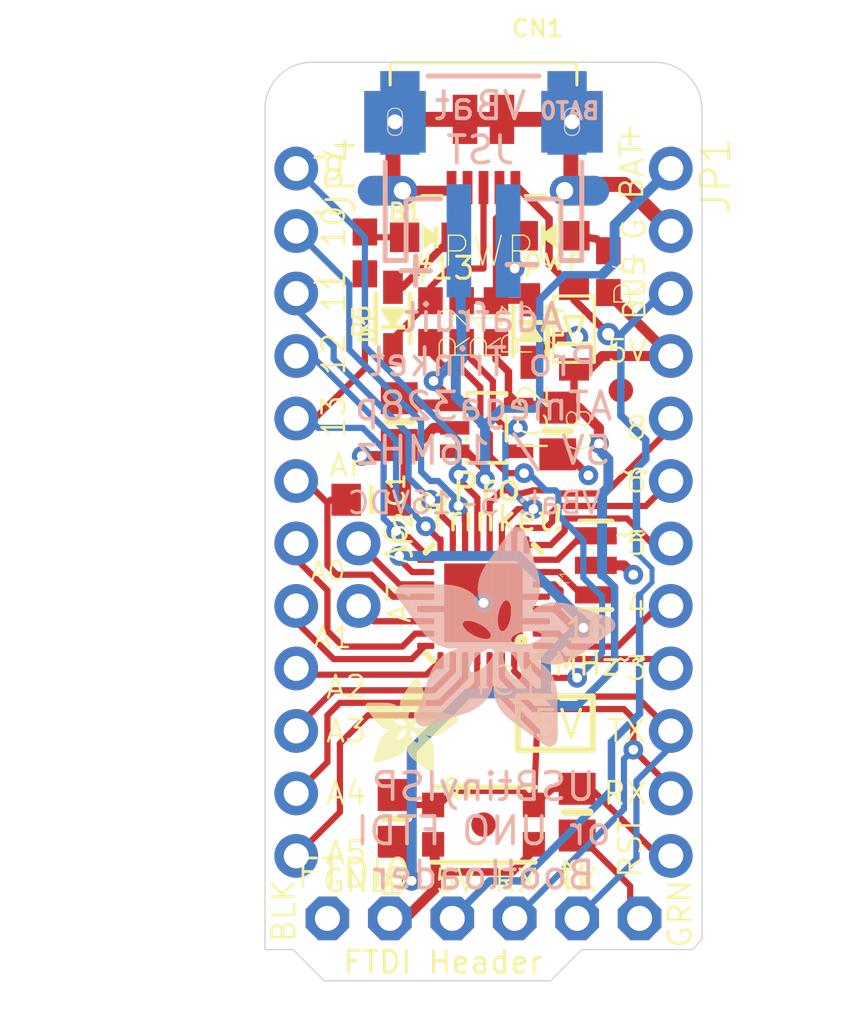
<source format=kicad_pcb>
(kicad_pcb (version 20211014) (generator pcbnew)
  (layers (0 "F.Cu" signal) (1 "In1.Cu" signal) (2 "In2.Cu" signal) (3 "In3.Cu" signal) (4 "In4.Cu" signal) (5 "In5.Cu" signal) (6 "In6.Cu" signal) (7 "In7.Cu" signal) (8 "In8.Cu" signal) (9 "In9.Cu" signal) (10 "In10.Cu" signal) (11 "In11.Cu" signal) (12 "In12.Cu" signal) (13 "In13.Cu" signal) (14 "In14.Cu" signal) (31 "B.Cu" signal) (34 "B.Paste" user) (35 "F.Paste" user) (36 "B.SilkS" user "B.Silkscreen") (37 "F.SilkS" user "F.Silkscreen") (38 "B.Mask" user) (39 "F.Mask" user) (44 "Edge.Cuts" user))
  (net 0 "")
  (net 1 "GND")
  (net 2 "D+")
  (net 3 "D-")
  (net 4 "VBUS")
  (net 5 "N$6")
  (net 6 "VBAT")
  (net 7 "RESET")
  (net 8 "N$1")
  (net 9 "D10")
  (net 10 "D11")
  (net 11 "D12")
  (net 12 "D13")
  (net 13 "A0")
  (net 14 "A1")
  (net 15 "A2")
  (net 16 "A3")
  (net 17 "A4")
  (net 18 "A5")
  (net 19 "D3")
  (net 20 "D4")
  (net 21 "D7")
  (net 22 "D6")
  (net 23 "D5")
  (net 24 "TXD")
  (net 25 "RXD")
  (net 26 "A6")
  (net 27 "A7")
  (net 28 "D8")
  (net 29 "D9")
  (net 30 "AREF")
  (net 31 "N$2")
  (net 32 "N$3")
  (net 33 "DTR/RTS")
  (net 34 "D2")
  (net 35 "+5V")
  (footprint "boardEagle:CHIPLED_0805_NOOUTLINE" (layer "F.Cu") (at 151.1681 93.3831 90)
    (fp_text reference "PWR0")
    (fp_text value "green")
  )
  (footprint "boardEagle:0805-NO" (layer "F.Cu") (at 145.0721 100.9396 -90)
    (fp_text reference "C1")
    (fp_text value "10uF")
  )
  (footprint "boardEagle:SOD-323" (layer "F.Cu") (at 144.8181 96.7486 90)
    (fp_text reference "D1")
    (fp_text value "3.6v")
  )
  (footprint "boardEagle:1X06-CLEANBIG" (layer "F.Cu") (at 148.5011 121.1326)
    (fp_text reference "FTDI0")
    (fp_text value "")
  )
  (footprint "boardEagle:4UCONN_20329" (layer "F.Cu") (at 148.5011 90.6526 180)
    (fp_text reference "CN1")
    (fp_text value "")
    (fp_line (start 3.9 1.6) (end 3.9 2.2) (layer "Edge.Cuts") (width 0.05))
    (fp_line (start -3.3 1.6) (end -3.3 2.2) (layer "Edge.Cuts") (width 0.05))
    (fp_line (start -3.9 2.2) (end -3.9 1.6) (layer "Edge.Cuts") (width 0.05))
    (fp_line (start 3.3 2.2) (end 3.3 1.6) (layer "Edge.Cuts") (width 0.05))
    (fp_arc (start 3.9 2.2) (mid 3.801777 2.387132) (end 3.6 2.45) (layer "Edge.Cuts") (width 0.05))
    (fp_arc (start 3.6 1.35) (mid 3.801777 1.412868) (end 3.9 1.6) (layer "Edge.Cuts") (width 0.05))
    (fp_arc (start 3.6 2.45) (mid 3.398223 2.387132) (end 3.3 2.2) (layer "Edge.Cuts") (width 0.05))
    (fp_arc (start -3.9 1.6) (mid -3.801777 1.412868) (end -3.6 1.35) (layer "Edge.Cuts") (width 0.05))
    (fp_arc (start 3.3 1.6) (mid 3.398223 1.412868) (end 3.6 1.35) (layer "Edge.Cuts") (width 0.05))
    (fp_arc (start -3.3 2.2) (mid -3.398223 2.387132) (end -3.6 2.45) (layer "Edge.Cuts") (width 0.05))
    (fp_arc (start -3.6 2.45) (mid -3.801777 2.387132) (end -3.9 2.2) (layer "Edge.Cuts") (width 0.05))
    (fp_arc (start -3.6 1.35) (mid -3.398223 1.412868) (end -3.3 1.6) (layer "Edge.Cuts") (width 0.05))
  )
  (footprint "boardEagle:CHIPLED_0805_NOOUTLINE" (layer "F.Cu") (at 146.3421 93.4466 -90)
    (fp_text reference "B1")
    (fp_text value "red")
  )
  (footprint "boardEagle:FIDUCIAL_1MM" (layer "F.Cu") (at 148.5011 117.3226)
    (fp_text reference "U$6" hide)
    (fp_text value "FIDUCIAL" hide)
  )
  (footprint "" (layer "F.Cu") (at 148.5011 113.8936)
    (fp_text reference "@HOLE2" hide)
    (fp_text value "")
  )
  (footprint "boardEagle:BTN_KMR2_4.6X2.8" (layer "F.Cu") (at 148.5011 117.3226)
    (fp_text reference "Q1")
    (fp_text value "reset")
  )
  (footprint "boardEagle:SOT23-5L" (layer "F.Cu") (at 148.6281 101.1936 -90)
    (fp_text reference "IC2")
    (fp_text value "MIC5225-5v")
  )
  (footprint "boardEagle:0603-NO" (layer "F.Cu") (at 149.0091 96.8756 -90)
    (fp_text reference "R3")
    (fp_text value "1.5K (0603)")
  )
  (footprint "boardEagle:1X12-CB" (layer "F.Cu") (at 140.8811 104.6226 -90)
    (fp_text reference "JP4")
    (fp_text value "")
  )
  (footprint "boardEagle:SOD-323" (layer "F.Cu") (at 150.4061 97.2566 -90)
    (fp_text reference "D4")
    (fp_text value "3.6V")
  )
  (footprint "boardEagle:0805-NO" (layer "F.Cu") (at 144.9451 117.0686 -90)
    (fp_text reference "R6")
    (fp_text value "10K")
  )
  (footprint "boardEagle:0603-NO" (layer "F.Cu") (at 143.6751 94.0816 -90)
    (fp_text reference "R5")
    (fp_text value "470 (0603)")
  )
  (footprint "boardEagle:MLF32-TH" (layer "F.Cu") (at 148.5011 108.3056 180)
    (fp_text reference "IC1")
    (fp_text value "ATmega328P")
  )
  (footprint "boardEagle:FIDUCIAL_1MM" (layer "F.Cu") (at 154.0891 99.6696)
    (fp_text reference "U$1" hide)
    (fp_text value "FIDUCIAL" hide)
  )
  (footprint "boardEagle:1X02_ROUND" (layer "F.Cu") (at 143.4211 107.1626 -90)
    (fp_text reference "JP2")
    (fp_text value "")
  )
  (footprint "" (layer "F.Cu") (at 141.5161 88.1126)
    (fp_text reference "@HOLE0" hide)
    (fp_text value "")
  )
  (footprint "boardEagle:0603-NO" (layer "F.Cu") (at 153.5811 94.8436 -90)
    (fp_text reference "R4")
    (fp_text value "470 (0603)")
  )
  (footprint "boardEagle:0603-NO" (layer "F.Cu") (at 146.3421 96.8756 -90)
    (fp_text reference "R2")
    (fp_text value "68 (0603)")
  )
  (footprint "" (layer "F.Cu") (at 155.4861 88.1126)
    (fp_text reference "@HOLE1" hide)
    (fp_text value "")
  )
  (footprint "boardEagle:SOD-123FL" (layer "F.Cu") (at 152.1841 97.1804 90)
    (fp_text reference "D2")
    (fp_text value "SCHOTTKY")
  )
  (footprint "boardEagle:0603-NO" (layer "F.Cu") (at 147.6121 96.8756 -90)
    (fp_text reference "R1")
    (fp_text value "68 (0603)")
  )
  (footprint "boardEagle:0805-NO" (layer "F.Cu") (at 151.5237 101.3206 -90)
    (fp_text reference "C8")
    (fp_text value "10uF")
  )
  (footprint "boardEagle:RESONATOR-SMD" (layer "F.Cu") (at 153.0731 106.7816 90)
    (fp_text reference "Y1")
    (fp_text value "16MHz")
  )
  (footprint "boardEagle:0805-NO" (layer "F.Cu") (at 152.3111 116.8146 -90)
    (fp_text reference "C3")
    (fp_text value "0.1uF")
  )
  (footprint "boardEagle:ADAFRUIT_3.5MM" (layer "F.Cu") (at 143.6751 115.1636)
    (fp_text reference "U$7" hide)
    (fp_text value "" hide)
  )
  (footprint "boardEagle:_0805MP" (layer "F.Cu") (at 143.9291 104.1146)
    (fp_text reference "C2")
    (fp_text value "0.1uF")
  )
  (footprint "boardEagle:1X12-CB" (layer "F.Cu") (at 156.1211 104.6226 -90)
    (fp_text reference "JP1")
    (fp_text value "")
  )
  (footprint "boardEagle:JSTPH2" (layer "B.Cu") (at 148.5011 89.8906 180)
    (fp_text reference "BAT0")
    (fp_text value "JST 2-PH")
  )
  (footprint "boardEagle:ADAFRUIT_9MM" (layer "B.Cu") (at 144.9451 114.1476 90)
    (fp_text reference "U$9" hide)
    (fp_text value "" hide)
  )
  (gr_line (start 152.9461 112.1156) (end 149.8981 112.1156) (layer "F.SilkS") (width 0.254))
  (gr_line (start 152.9461 114.2746) (end 152.9461 112.1156) (layer "F.SilkS") (width 0.254))
  (gr_line (start 149.8981 114.2746) (end 152.9461 114.2746) (layer "F.SilkS") (width 0.254))
  (gr_line (start 149.8981 112.1156) (end 149.8981 114.2746) (layer "F.SilkS") (width 0.254))
  (gr_line (start 142.0241 123.6726) (end 151.2316 123.6726) (layer "Edge.Cuts") (width 0.05))
  (gr_arc (start 139.6111 88.2396) (mid 140.169062 86.892562) (end 141.5161 86.3346) (layer "Edge.Cuts") (width 0.05))
  (gr_line (start 151.2316 123.6726) (end 152.5016 122.4026) (layer "Edge.Cuts") (width 0.05))
  (gr_line (start 152.5016 122.4026) (end 157.0101 122.4026) (layer "Edge.Cuts") (width 0.05))
  (gr_line (start 157.0101 122.4026) (end 157.3911 121.9581) (layer "Edge.Cuts") (width 0.05))
  (gr_arc (start 155.4861 86.3346) (mid 156.833138 86.892562) (end 157.3911 88.2396) (layer "Edge.Cuts") (width 0.05))
  (gr_line (start 157.3911 121.9581) (end 157.3911 88.2396) (layer "Edge.Cuts") (width 0.05))
  (gr_line (start 140.7541 122.4026) (end 142.0241 123.6726) (layer "Edge.Cuts") (width 0.05))
  (gr_line (start 139.6111 88.2396) (end 139.6111 122.4026) (layer "Edge.Cuts") (width 0.05))
  (gr_line (start 139.6111 122.4026) (end 140.7541 122.4026) (layer "Edge.Cuts") (width 0.05))
  (gr_line (start 155.4861 86.3346) (end 141.5161 86.3346) (layer "Edge.Cuts") (width 0.05))
  (gr_text "-" (at 151.1681 95.3516) (layer "B.SilkS") (effects (font (size 1.56464 1.56464) (thickness 0.21336)) (justify left bottom mirror)))
  (gr_text "VBat\nJST" (at 148.3741 89.0016) (layer "B.SilkS") (effects (font (size 1.1176 1.1176) (thickness 0.1524)) (justify mirror)))
  (gr_text "+" (at 146.8501 95.6056) (layer "B.SilkS") (effects (font (size 1.56464 1.56464) (thickness 0.21336)) (justify left bottom mirror)))
  (gr_text "Adafruit\nPro Trinket\nATmega328p\n5V / 16MHz" (at 148.5011 99.4156) (layer "B.SilkS") (effects (font (size 1.1176 1.1176) (thickness 0.1524)) (justify mirror)))
  (gr_text "VBat: 5-16VDC" (at 148.1201 104.2416) (layer "B.SilkS") (effects (font (size 0.89408 0.89408) (thickness 0.12192)) (justify mirror)))
  (gr_text "USBtinyISP\nor UNO FTDI\nBootloader" (at 148.5011 117.5766) (layer "B.SilkS") (effects (font (size 1.1176 1.1176) (thickness 0.1524)) (justify mirror)))
  (gr_text "~~" (at 155.3591 102.9716) (layer "F.SilkS") (effects (font (size 0.9144 0.9144) (thickness 0.1016)) (justify right)))
  (gr_text "A4" (at 142.0241 116.0526) (layer "F.SilkS") (effects (font (size 0.9144 0.9144) (thickness 0.1016)) (justify left)))
  (gr_text "16\nMHz" (at 152.6921 110.0836) (layer "F.SilkS") (effects (font (size 0.89408 0.89408) (thickness 0.12192))))
  (gr_text "+" (at 155.1051 89.2556) (layer "F.SilkS") (effects (font (size 0.9144 0.9144) (thickness 0.1016)) (justify right)))
  (gr_text "G" (at 154.6225 92.5957 90) (layer "F.SilkS") (effects (font (size 0.9144 0.9144) (thickness 0.1016)) (justify right)))
  (gr_text "~~" (at 155.2321 105.5116) (layer "F.SilkS") (effects (font (size 0.9144 0.9144) (thickness 0.1016)) (justify right)))
  (gr_text "pwr" (at 150.0251 94.8436) (layer "F.SilkS") (effects (font (size 0.89408 0.89408) (thickness 0.12192)) (justify left bottom)))
  (gr_text "4" (at 155.2321 108.4326) (layer "F.SilkS") (effects (font (size 0.9144 0.9144) (thickness 0.1016)) (justify right)))
  (gr_text "3" (at 155.2321 110.9726) (layer "F.SilkS") (effects (font (size 0.9144 0.9144) (thickness 0.1016)) (justify right)))
  (gr_text "13" (at 142.4051 99.7966 90) (layer "F.SilkS") (effects (font (size 0.9144 0.9144) (thickness 0.1016)) (justify right)))
  (gr_text "12" (at 142.4051 97.2566 90) (layer "F.SilkS") (effects (font (size 0.9144 0.9144) (thickness 0.1016)) (justify right)))
  (gr_text "5V" (at 150.4061 113.2586) (layer "F.SilkS") (effects (font (size 1.143 1.143) (thickness 0.127)) (justify left)))
  (gr_text "A5" (at 142.0241 118.4656) (layer "F.SilkS") (effects (font (size 0.9144 0.9144) (thickness 0.1016)) (justify left)))
  (gr_text "BAT" (at 154.5336 91.9861 90) (layer "F.SilkS") (effects (font (size 0.9144 0.9144) (thickness 0.1016)) (justify left)))
  (gr_text "~~" (at 142.9131 95.2246) (layer "F.SilkS") (effects (font (size 0.9144 0.9144) (thickness 0.1016)) (justify right)))
  (gr_text "BUS" (at 154.6479 94.1451 90) (layer "F.SilkS") (effects (font (size 0.86868 0.86868) (thickness 0.09652)) (justify right)))
  (gr_text "6" (at 155.2321 103.3526) (layer "F.SilkS") (effects (font (size 0.9144 0.9144) (thickness 0.1016)) (justify right)))
  (gr_text "9" (at 142.9131 90.6526) (layer "F.SilkS") (effects (font (size 0.9144 0.9144) (thickness 0.1016)) (justify right)))
  (gr_text "11" (at 142.4051 94.7166 90) (layer "F.SilkS") (effects (font (size 0.9144 0.9144) (thickness 0.1016)) (justify right)))
  (gr_text "~~" (at 142.9131 90.1446) (layer "F.SilkS") (effects (font (size 0.9144 0.9144) (thickness 0.1016)) (justify right)))
  (gr_text "Ar" (at 142.1511 102.7176) (layer "F.SilkS") (effects (font (size 0.9144 0.9144) (thickness 0.1016)) (justify left)))
  (gr_text "GND" (at 144.8181 119.6086) (layer "F.SilkS") (effects (font (size 0.9144 0.9144) (thickness 0.1016)) (justify right)))
  (gr_text "TX" (at 153.2001 119.6086) (layer "F.SilkS") (effects (font (size 0.9144 0.9144) (thickness 0.1016)) (justify right)))
  (gr_text "RX" (at 155.2321 116.0526) (layer "F.SilkS") (effects (font (size 0.9144 0.9144) (thickness 0.1016)) (justify right)))
  (gr_text "A2" (at 142.0241 111.7346) (layer "F.SilkS") (effects (font (size 0.9144 0.9144) (thickness 0.1016)) (justify left)))
  (gr_text "RST" (at 154.4701 116.9416 90) (layer "F.SilkS") (effects (font (size 0.9144 0.9144) (thickness 0.1016)) (justify right)))
  (gr_text "RX" (at 150.7871 119.6086) (layer "F.SilkS") (effects (font (size 0.9144 0.9144) (thickness 0.1016)) (justify right)))
  (gr_text "5V" (at 148.2471 119.6086) (layer "F.SilkS") (effects (font (size 0.9144 0.9144) (thickness 0.1016)) (justify right)))
  (gr_text "5" (at 155.2321 105.8926) (layer "F.SilkS") (effects (font (size 0.9144 0.9144) (thickness 0.1016)) (justify right)))
  (gr_text "8" (at 155.2321 101.1936) (layer "F.SilkS") (effects (font (size 0.9144 0.9144) (thickness 0.1016)) (justify right)))
  (gr_text "10" (at 142.4051 93.9546 90) (layer "F.SilkS") (effects (font (size 0.9144 0.9144) (thickness 0.1016)) (justify left)))
  (gr_text "~~" (at 142.9131 92.4306) (layer "F.SilkS") (effects (font (size 0.9144 0.9144) (thickness 0.1016)) (justify right)))
  (gr_text "~~" (at 155.2321 110.5916) (layer "F.SilkS") (effects (font (size 0.9144 0.9144) (thickness 0.1016)) (justify right)))
  (gr_text "FTDI Header" (at 146.8501 122.9106) (layer "F.SilkS") (effects (font (size 0.89408 0.89408) (thickness 0.12192))))
  (gr_text "Trinket!" (at 149.0091 104.8766) (layer "F.SilkS") (effects (font (size 1.00584 1.00584) (thickness 0.13716))))
  (gr_text "A1" (at 141.5161 109.7026) (layer "F.SilkS") (effects (font (size 0.86868 0.86868) (thickness 0.09652)) (justify left)))
  (gr_text "GRN" (at 156.5021 119.4816 90) (layer "F.SilkS") (effects (font (size 0.9144 0.9144) (thickness 0.1016)) (justify right)))
  (gr_text "BLK" (at 140.3731 119.4816 90) (layer "F.SilkS") (effects (font (size 0.9144 0.9144) (thickness 0.1016)) (justify right)))
  (gr_text "A0" (at 141.3891 107.0356) (layer "F.SilkS") (effects (font (size 0.8001 0.8001) (thickness 0.0889)) (justify left)))
  (gr_text "Pro" (at 148.6281 103.6066) (layer "F.SilkS") (effects (font (size 1.1176 1.1176) (thickness 0.1524))))
  (gr_text "A7" (at 145.0721 109.1946 90) (layer "F.SilkS") (effects (font (size 0.9144 0.9144) (thickness 0.1016)) (justify left)))
  (gr_text "5V" (at 155.2321 98.0821) (layer "F.SilkS") (effects (font (size 0.9144 0.9144) (thickness 0.1016)) (justify right)))
  (gr_text "TX" (at 155.1686 113.5126) (layer "F.SilkS") (effects (font (size 0.9144 0.9144) (thickness 0.1016)) (justify right)))
  (gr_text "A6" (at 144.9451 106.7816 90) (layer "F.SilkS") (effects (font (size 0.9144 0.9144) (thickness 0.1016)) (justify left)))
  (gr_text "#13" (at 145.4531 95.2246) (layer "F.SilkS") (effects (font (size 0.89408 0.89408) (thickness 0.12192)) (justify left bottom)))
  (gr_text "A3" (at 142.0241 113.5126) (layer "F.SilkS") (effects (font (size 0.9144 0.9144) (thickness 0.1016)) (justify left)))
  (segment (start 145.1991 95.4786) (end 144.8181 95.4786) (width 0.3048) (layer "F.Cu") (net 1))
  (segment (start 147.2011 93.5096) (end 147.3281 93.5096) (width 0.3048) (layer "F.Cu") (net 1))
  (segment (start 146.1511 108.5556) (end 148.2511 108.5556) (width 0.254) (layer "F.Cu") (net 1))
  (segment (start 145.2381 103.8216) (end 144.9451 104.1146) (width 0.4064) (layer "F.Cu") (net 1))
  (segment (start 145.9611 101.7016) (end 145.2601 101.7016) (width 0.4064) (layer "F.Cu") (net 1))
  (segment (start 152.0011 88.6526) (end 152.1011 88.7526) (width 0.3048) (layer "F.Cu") (net 1))
  (segment (start 150.8511 109.0556) (end 149.2511 109.0556) (width 0.254) (layer "F.Cu") (net 1))
  (segment (start 147.0761 91.5526) (end 145.2011 91.5526) (width 0.4064) (layer "F.Cu") (net 1))
  (segment (start 150.4061 98.5266) (end 151.4221 97.5106) (width 0.4064) (layer "F.Cu") (net 1))
  (segment (start 151.2341 102.2706) (end 151.9149 102.2706) (width 0.3048) (layer "F.Cu") (net 1))
  (segment (start 145.3261 102.1436) (end 145.0721 101.8896) (width 0.4064) (layer "F.Cu") (net 1))
  (segment (start 154.2251 91.2966) (end 156.1211 93.1926) (width 0.6096) (layer "F.Cu") (net 1))
  (segment (start 145.3261 103.8216) (end 145.2381 103.8216) (width 0.4064) (layer "F.Cu") (net 1))
  (segment (start 149.6821 119.2456) (end 146.5781 119.2456) (width 0.3048) (layer "F.Cu") (net 1))
  (segment (start 145.3261 102.3366) (end 145.3261 103.8216) (width 0.4064) (layer "F.Cu") (net 1))
  (segment (start 151.9621 88.6526) (end 152.0571 88.7476) (width 0.6096) (layer "F.Cu") (net 1))
  (segment (start 154.2161 106.7816) (end 154.5971 107.1626) (width 0.4064) (layer "F.Cu") (net 1))
  (segment (start 145.3261 121.1326) (end 146.5781 119.8806) (width 0.4064) (layer "F.Cu") (net 1))
  (segment (start 149.2511 88.6526) (end 151.9621 88.6526) (width 0.6096) (layer "F.Cu") (net 1))
  (segment (start 147.7511 88.6526) (end 149.2511 88.6526) (width 0.6096) (layer "F.Cu") (net 1))
  (segment (start 145.0011 88.6526) (end 144.9011 88.7526) (width 0.6096) (layer "F.Cu") (net 1))
  (segment (start 147.1041 93.5736) (end 147.3921 93.4466) (width 0.3048) (layer "F.Cu") (net 1))
  (segment (start 147.2011 91.4276) (end 147.0761 91.5526) (width 0.4064) (layer "F.Cu") (net 1))
  (segment (start 145.2011 91.5526) (end 144.8181 91.1696) (width 0.6096) (layer "F.Cu") (net 1))
  (segment (start 146.4691 101.1936) (end 145.9611 101.7016) (width 0.4064) (layer "F.Cu") (net 1))
  (segment (start 152.0571 91.2966) (end 154.2251 91.2966) (width 0.6096) (layer "F.Cu") (net 1))
  (segment (start 147.3281 93.5096) (end 147.3921 93.4466) (width 0.3048) (layer "F.Cu") (net 1))
  (segment (start 147.1041 93.5736) (end 145.1991 95.4786) (width 0.3048) (layer "F.Cu") (net 1))
  (segment (start 151.4221 97.5106) (end 152.3111 97.5106) (width 0.4064) (layer "F.Cu") (net 1))
  (segment (start 146.5781 119.8806) (end 146.5781 119.2456) (width 0.4064) (layer "F.Cu") (net 1))
  (segment (start 150.1181 93.3831) (end 149.7711 93.8571) (width 0.3048) (layer "F.Cu") (net 1))
  (segment (start 143.5481 102.3366) (end 145.3261 102.3366) (width 0.4064) (layer "F.Cu") (net 1))
  (segment (start 144.6911 121.1326) (end 145.3261 121.1326) (width 0.4064) (layer "F.Cu") (net 1))
  (segment (start 150.6781 118.2496) (end 150.5511 118.1226) (width 0.3048) (layer "F.Cu") (net 1))
  (segment (start 153.0731 106.7816) (end 154.2161 106.7816) (width 0.4064) (layer "F.Cu") (net 1))
  (segment (start 144.8181 91.1696) (end 144.8181 88.8746) (width 0.6096) (layer "F.Cu") (net 1))
  (segment (start 151.9149 102.2706) (end 152.7683 103.124) (width 0.3048) (layer "F.Cu") (net 1))
  (segment (start 148.7511 108.0556) (end 148.5011 108.3056) (width 0.3048) (layer "F.Cu") (net 1))
  (segment (start 147.3281 101.1936) (end 146.4691 101.1936) (width 0.4064) (layer "F.Cu") (net 1))
  (segment (start 145.3261 102.3366) (end 145.3261 102.1436) (width 0.4064) (layer "F.Cu") (net 1))
  (segment (start 149.2511 109.0556) (end 148.5011 108.3056) (width 0.3048) (layer "F.Cu") (net 1))
  (segment (start 148.2511 108.5556) (end 148.5011 108.3056) (width 0.3048) (layer "F.Cu") (net 1))
  (segment (start 151.9621 88.6526) (end 152.0011 88.6526) (width 0.3048) (layer "F.Cu") (net 1))
  (segment (start 151.5237 102.2706) (end 151.2341 102.2706) (width 0.4064) (layer "F.Cu") (net 1))
  (segment (start 151.8011 91.5526) (end 152.0571 91.2966) (width 0.6096) (layer "F.Cu") (net 1))
  (segment (start 147.2011 91.4276) (end 147.2011 93.5096) (width 0.3048) (layer "F.Cu") (net 1))
  (segment (start 149.7711 93.8571) (end 149.7711 94.7166) (width 0.3048) (layer "F.Cu") (net 1))
  (segment (start 145.2601 101.7016) (end 145.0721 101.8896) (width 0.4064) (layer "F.Cu") (net 1))
  (segment (start 150.8511 108.0556) (end 148.7511 108.0556) (width 0.254) (layer "F.Cu") (net 1))
  (segment (start 152.0571 91.2966) (end 152.0571 88.8746) (width 0.6096) (layer "F.Cu") (net 1))
  (segment (start 147.7511 88.6526) (end 145.0011 88.6526) (width 0.6096) (layer "F.Cu") (net 1))
  (segment (start 149.6821 119.2456) (end 150.6781 118.2496) (width 0.3048) (layer "F.Cu") (net 1))
  (segment (start 146.4511 118.1226) (end 146.5781 119.2456) (width 0.4064) (layer "F.Cu") (net 1))
  (via (at 149.7711 94.7166) (size 0.8001) (drill 0.3937) (layers "F.Cu" "B.Cu") (net 1))
  (via (at 152.7683 103.124) (size 0.8001) (drill 0.3937) (layers "F.Cu" "B.Cu") (net 1))
  (via (at 148.5011 108.3056) (size 0.8001) (drill 0.3937) (layers "F.Cu" "B.Cu") (net 1))
  (via (at 152.3111 97.5106) (size 0.9064) (drill 0.5) (layers "F.Cu" "B.Cu") (net 1))
  (via (at 143.5481 102.3366) (size 0.8001) (drill 0.3937) (layers "F.Cu" "B.Cu") (net 1))
  (via (at 154.5971 107.1626) (size 0.8001) (drill 0.3937) (layers "F.Cu" "B.Cu") (net 1))
  (segment (start 149.5011 94.4466) (end 149.7711 94.7166) (width 0.3048) (layer "B.Cu") (net 1))
  (segment (start 149.7711 94.7166) (end 149.8981 94.5896) (width 0.3048) (layer "B.Cu") (net 1))
  (segment (start 149.5011 93.5906) (end 149.5011 94.4466) (width 0.3048) (layer "B.Cu") (net 1))
  (segment (start 148.5011 91.4276) (end 148.5011 94.7166) (width 0.254) (layer "F.Cu") (net 2))
  (segment (start 144.8181 98.0186) (end 144.8181 97.5496) (width 0.254) (layer "F.Cu") (net 2))
  (segment (start 146.3421 95.4786) (end 146.3421 96.0256) (width 0.254) (layer "F.Cu") (net 2))
  (segment (start 144.8181 97.5496) (end 146.3421 96.0256) (width 0.254) (layer "F.Cu") (net 2))
  (segment (start 147.1041 94.7166) (end 146.3421 95.4786) (width 0.254) (layer "F.Cu") (net 2))
  (segment (start 148.5011 94.7166) (end 147.1041 94.7166) (width 0.254) (layer "F.Cu") (net 2))
  (segment (start 149.1511 91.4276) (end 149.1511 92.5426) (width 0.254) (layer "F.Cu") (net 3))
  (segment (start 147.6121 96.0256) (end 149.0091 96.0256) (width 0.254) (layer "F.Cu") (net 3))
  (segment (start 149.0091 96.0256) (end 150.3671 96.0256) (width 0.254) (layer "F.Cu") (net 3))
  (segment (start 149.0091 92.6846) (end 149.0091 96.0256) (width 0.254) (layer "F.Cu") (net 3))
  (segment (start 149.1511 92.5426) (end 149.0091 92.6846) (width 0.254) (layer "F.Cu") (net 3))
  (segment (start 150.3671 96.0256) (end 150.4061 95.9866) (width 0.254) (layer "F.Cu") (net 3))
  (segment (start 152.1841 95.9866) (end 153.5811 97.3836) (width 0.3048) (layer "F.Cu") (net 4))
  (segment (start 151.1681 94.5269) (end 152.1841 95.5429) (width 0.3048) (layer "F.Cu") (net 4))
  (segment (start 149.9111 91.4276) (end 151.1681 92.6846) (width 0.3048) (layer "F.Cu") (net 4))
  (segment (start 151.1681 92.6846) (end 151.1681 94.5269) (width 0.3048) (layer "F.Cu") (net 4))
  (segment (start 149.8011 91.4276) (end 149.9111 91.4276) (width 0.3048) (layer "F.Cu") (net 4))
  (segment (start 152.1841 95.5429) (end 152.1841 95.9866) (width 0.3048) (layer "F.Cu") (net 4))
  (via (at 153.5811 97.3836) (size 0.9064) (drill 0.5) (layers "F.Cu" "B.Cu") (net 4))
  (segment (start 155.3591 106.9086) (end 154.7241 106.2736) (width 0.2032) (layer "B.Cu") (net 4))
  (segment (start 153.5811 97.3836) (end 154.0891 97.3836) (width 0.3048) (layer "B.Cu") (net 4))
  (segment (start 148.7551 119.6086) (end 150.0251 119.6086) (width 0.3048) (layer "B.Cu") (net 4))
  (segment (start 154.7241 106.2736) (end 154.7241 102.8446) (width 0.3048) (layer "B.Cu") (net 4))
  (segment (start 150.0251 119.6086) (end 153.7081 115.9256) (width 0.3048) (layer "B.Cu") (net 4))
  (segment (start 155.5496 95.9231) (end 155.9306 95.9231) (width 0.3048) (layer "B.Cu") (net 4))
  (segment (start 155.1051 102.4636) (end 155.1051 101.7016) (width 0.3048) (layer "B.Cu") (net 4))
  (segment (start 154.0891 97.3836) (end 155.5496 95.9231) (width 0.3048) (layer "B.Cu") (net 4))
  (segment (start 155.9306 95.9231) (end 156.1211 95.7326) (width 0.3048) (layer "B.Cu") (net 4))
  (segment (start 153.7081 113.9571) (end 154.8511 112.8141) (width 0.3048) (layer "B.Cu") (net 4))
  (segment (start 154.8511 112.8141) (end 154.8511 107.9881) (width 0.3048) (layer "B.Cu") (net 4))
  (segment (start 155.1051 101.7016) (end 154.0891 100.6856) (width 0.3048) (layer "B.Cu") (net 4))
  (segment (start 147.2311 121.1326) (end 148.7551 119.6086) (width 0.3048) (layer "B.Cu") (net 4))
  (segment (start 154.7241 102.8446) (end 155.1051 102.4636) (width 0.3048) (layer "B.Cu") (net 4))
  (segment (start 155.3591 107.4801) (end 155.3591 106.9086) (width 0.2032) (layer "B.Cu") (net 4))
  (segment (start 153.7081 115.9256) (end 153.7081 113.9571) (width 0.3048) (layer "B.Cu") (net 4))
  (segment (start 154.8511 107.9881) (end 155.3591 107.4801) (width 0.2032) (layer "B.Cu") (net 4))
  (segment (start 154.0891 100.6856) (end 154.0891 97.3836) (width 0.3048) (layer "B.Cu") (net 4))
  (segment (start 153.0976 93.5101) (end 152.2181 93.3831) (width 0.3048) (layer "F.Cu") (net 5))
  (segment (start 153.5811 93.9936) (end 153.0976 93.5101) (width 0.3048) (layer "F.Cu") (net 5))
  (segment (start 145.3261 100.2436) (end 147.3281 100.2436) (width 0.4064) (layer "F.Cu") (net 6))
  (segment (start 146.4691 99.2886) (end 146.3731 99.2886) (width 0.4064) (layer "F.Cu") (net 6))
  (segment (start 147.3281 100.2436) (end 146.3731 99.2886) (width 0.4064) (layer "F.Cu") (net 6))
  (segment (start 147.3941 102.2096) (end 147.3281 102.1436) (width 0.3048) (layer "F.Cu") (net 6))
  (segment (start 148.5646 103.2891) (end 148.5646 102.9081) (width 0.3048) (layer "F.Cu") (net 6))
  (segment (start 145.0721 99.9896) (end 145.3261 100.2436) (width 0.4064) (layer "F.Cu") (net 6))
  (segment (start 147.8661 102.2096) (end 147.3941 102.2096) (width 0.3048) (layer "F.Cu") (net 6))
  (segment (start 148.5646 102.9081) (end 147.8661 102.2096) (width 0.3048) (layer "F.Cu") (net 6))
  (via (at 146.4691 99.2886) (size 0.8001) (drill 0.3937) (layers "F.Cu" "B.Cu") (net 6))
  (via (at 148.5646 103.2891) (size 0.8001) (drill 0.3937) (layers "F.Cu" "B.Cu") (net 6))
  (segment (start 153.3271 94.9706) (end 153.8351 94.4626) (width 0.4064) (layer "B.Cu") (net 6))
  (segment (start 147.6281 98.2726) (end 147.5011 93.5906) (width 0.4064) (layer "B.Cu") (net 6))
  (segment (start 151.8031 94.9706) (end 150.7871 95.9866) (width 0.3048) (layer "B.Cu") (net 6))
  (segment (start 150.7871 95.9866) (end 150.7871 100.1776) (width 0.3048) (layer "B.Cu") (net 6))
  (segment (start 148.5646 101.108038) (end 147.3736 99.917038) (width 0.4064) (layer "B.Cu") (net 6))
  (segment (start 150.5331 100.4316) (end 149.241037 100.4316) (width 0.3048) (layer "B.Cu") (net 6))
  (segment (start 148.5646 103.2891) (end 148.5646 101.108038) (width 0.4064) (layer "B.Cu") (net 6))
  (segment (start 150.7871 100.1776) (end 150.5331 100.4316) (width 0.3048) (layer "B.Cu") (net 6))
  (segment (start 147.5161 98.2726) (end 147.3736 98.4151) (width 0.4064) (layer "B.Cu") (net 6))
  (segment (start 153.3271 94.9706) (end 151.8031 94.9706) (width 0.3048) (layer "B.Cu") (net 6))
  (segment (start 148.5646 101.108038) (end 149.241037 100.4316) (width 0.4064) (layer "B.Cu") (net 6))
  (segment (start 153.8351 92.9386) (end 156.1211 90.6526) (width 0.4064) (layer "B.Cu") (net 6))
  (segment (start 153.8351 94.4626) (end 153.8351 92.9386) (width 0.4064) (layer "B.Cu") (net 6))
  (segment (start 147.5161 98.2726) (end 147.6281 98.2726) (width 0.4064) (layer "B.Cu") (net 6))
  (segment (start 146.5001 99.2886) (end 146.4691 99.2886) (width 0.4064) (layer "B.Cu") (net 6))
  (segment (start 146.5001 99.2886) (end 147.3736 98.4151) (width 0.4064) (layer "B.Cu") (net 6))
  (segment (start 147.3736 99.917038) (end 147.3736 98.4151) (width 0.4064) (layer "B.Cu") (net 6))
  (segment (start 147.6281 98.4146) (end 147.6281 98.2726) (width 0.4064) (layer "B.Cu") (net 6))
  (segment (start 145.3491 116.5226) (end 146.4511 116.5226) (width 0.254) (layer "F.Cu") (net 7))
  (segment (start 151.3361 115.8646) (end 152.3111 115.8646) (width 0.254) (layer "F.Cu") (net 7))
  (segment (start 152.8851 115.8646) (end 155.5741 118.5536) (width 0.254) (layer "F.Cu") (net 7))
  (segment (start 155.5741 118.5926) (end 156.1211 118.5926) (width 0.254) (layer "F.Cu") (net 7))
  (segment (start 150.0811 115.9256) (end 150.5511 116.5226) (width 0.254) (layer "F.Cu") (net 7))
  (segment (start 155.5741 118.5536) (end 155.5741 118.5926) (width 0.254) (layer "F.Cu") (net 7))
  (segment (start 152.3111 115.8646) (end 152.8851 115.8646) (width 0.254) (layer "F.Cu") (net 7))
  (segment (start 150.6781 113.5306) (end 150.5511 116.5226) (width 0.254) (layer "F.Cu") (net 7))
  (segment (start 147.3021 115.9256) (end 146.7051 116.5226) (width 0.254) (layer "F.Cu") (net 7))
  (segment (start 144.9451 116.1186) (end 145.3491 116.5226) (width 0.254) (layer "F.Cu") (net 7))
  (segment (start 148.7511 110.6556) (end 148.7511 111.6036) (width 0.254) (layer "F.Cu") (net 7))
  (segment (start 150.5511 116.5226) (end 151.3361 115.8646) (width 0.254) (layer "F.Cu") (net 7))
  (segment (start 149.9541 115.9256) (end 150.0811 115.9256) (width 0.254) (layer "F.Cu") (net 7))
  (segment (start 146.7051 116.5226) (end 146.4511 116.5226) (width 0.254) (layer "F.Cu") (net 7))
  (segment (start 147.3021 115.9256) (end 149.9541 115.9256) (width 0.3048) (layer "F.Cu") (net 7))
  (segment (start 148.7511 111.6036) (end 150.6781 113.5306) (width 0.254) (layer "F.Cu") (net 7))
  (segment (start 145.2921 93.4466) (end 143.8901 93.4466) (width 0.254) (layer "F.Cu") (net 8))
  (segment (start 143.8901 93.4466) (end 143.6751 93.2316) (width 0.254) (layer "F.Cu") (net 8))
  (segment (start 147.7511 105.9556) (end 147.7511 105.0156) (width 0.254) (layer "F.Cu") (net 9))
  (segment (start 147.7391 104.6226) (end 147.4851 104.3686) (width 0.254) (layer "F.Cu") (net 9))
  (segment (start 147.7511 105.0156) (end 147.7391 105.0036) (width 0.254) (layer "F.Cu") (net 9))
  (segment (start 147.7391 105.0036) (end 147.7391 104.6226) (width 0.254) (layer "F.Cu") (net 9))
  (via (at 147.4851 104.3686) (size 0.8001) (drill 0.3937) (layers "F.Cu" "B.Cu") (net 9))
  (segment (start 147.4851 104.2416) (end 147.4851 104.3686) (width 0.254) (layer "B.Cu") (net 9))
  (segment (start 146.3421 103.3526) (end 146.6596 103.3526) (width 0.254) (layer "B.Cu") (net 9))
  (segment (start 143.0401 98.0186) (end 145.9611 100.9396) (width 0.254) (layer "B.Cu") (net 9))
  (segment (start 145.9611 102.9716) (end 146.3421 103.3526) (width 0.254) (layer "B.Cu") (net 9))
  (segment (start 147.4851 104.1781) (end 147.4851 104.3686) (width 0.254) (layer "B.Cu") (net 9))
  (segment (start 143.0401 95.3516) (end 140.8811 93.1926) (width 0.254) (layer "B.Cu") (net 9))
  (segment (start 143.0401 98.0186) (end 143.0401 95.3516) (width 0.254) (layer "B.Cu") (net 9))
  (segment (start 146.6596 103.3526) (end 147.4851 104.1781) (width 0.254) (layer "B.Cu") (net 9))
  (segment (start 145.9611 100.9396) (end 145.9611 102.9716) (width 0.254) (layer "B.Cu") (net 9))
  (segment (start 146.7231 104.6861) (end 146.7231 104.4956) (width 0.254) (layer "F.Cu") (net 10))
  (segment (start 147.2511 105.9556) (end 147.2511 105.2141) (width 0.254) (layer "F.Cu") (net 10))
  (segment (start 147.2511 105.2141) (end 146.7231 104.6861) (width 0.254) (layer "F.Cu") (net 10))
  (segment (start 146.5961 104.3686) (end 146.3421 104.1146) (width 0.254) (layer "F.Cu") (net 10))
  (segment (start 146.7231 104.4956) (end 146.3421 104.1146) (width 0.254) (layer "F.Cu") (net 10))
  (via (at 146.3421 104.1146) (size 0.8001) (drill 0.3937) (layers "F.Cu" "B.Cu") (net 10))
  (segment (start 145.4531 103.2256) (end 146.3421 104.1146) (width 0.254) (layer "B.Cu") (net 10))
  (segment (start 142.4051 97.8916) (end 140.8811 96.3676) (width 0.254) (layer "B.Cu") (net 10))
  (segment (start 140.8811 96.3676) (end 140.8811 95.7326) (width 0.254) (layer "B.Cu") (net 10))
  (segment (start 142.4051 98.3996) (end 142.4051 97.8916) (width 0.254) (layer "B.Cu") (net 10))
  (segment (start 145.4531 103.2256) (end 145.4531 101.4476) (width 0.254) (layer "B.Cu") (net 10))
  (segment (start 145.4531 101.4476) (end 142.4051 98.3996) (width 0.254) (layer "B.Cu") (net 10))
  (segment (start 146.7511 105.9556) (end 146.7511 105.7936) (width 0.254) (layer "F.Cu") (net 11))
  (segment (start 146.1516 105.2291) (end 146.1516 105.1941) (width 0.254) (layer "F.Cu") (net 11))
  (segment (start 146.7511 105.7936) (end 146.1516 105.1941) (width 0.254) (layer "F.Cu") (net 11))
  (via (at 146.1516 105.1941) (size 0.8001) (drill 0.3937) (layers "F.Cu" "B.Cu") (net 11))
  (segment (start 144.9451 103.9876) (end 144.9451 101.7016) (width 0.254) (layer "B.Cu") (net 11))
  (segment (start 146.1516 105.1941) (end 144.9451 103.9876) (width 0.254) (layer "B.Cu") (net 11))
  (segment (start 144.9451 101.7016) (end 141.5161 98.2726) (width 0.254) (layer "B.Cu") (net 11))
  (segment (start 141.5161 98.2726) (end 140.8811 98.2726) (width 0.254) (layer "B.Cu") (net 11))
  (segment (start 146.1511 106.5556) (end 146.1511 106.3366) (width 0.254) (layer "F.Cu") (net 12))
  (segment (start 145.1991 105.6386) (end 144.9451 105.3846) (width 0.254) (layer "F.Cu") (net 12))
  (segment (start 146.1511 106.3366) (end 145.4531 105.6386) (width 0.254) (layer "F.Cu") (net 12))
  (segment (start 141.0081 100.9396) (end 140.8811 100.8126) (width 0.254) (layer "F.Cu") (net 12))
  (segment (start 141.5161 100.9396) (end 141.0081 100.9396) (width 0.254) (layer "F.Cu") (net 12))
  (segment (start 145.4531 105.6386) (end 145.1991 105.6386) (width 0.254) (layer "F.Cu") (net 12))
  (segment (start 143.6751 98.7806) (end 141.5161 100.9396) (width 0.254) (layer "F.Cu") (net 12))
  (segment (start 143.6751 94.9316) (end 143.6751 98.7806) (width 0.254) (layer "F.Cu") (net 12))
  (via (at 144.9451 105.3846) (size 0.8001) (drill 0.3937) (layers "F.Cu" "B.Cu") (net 12))
  (segment (start 144.9451 105.3846) (end 144.4371 104.8766) (width 0.254) (layer "B.Cu") (net 12))
  (segment (start 143.5871 101.1936) (end 141.7701 101.1936) (width 0.254) (layer "B.Cu") (net 12))
  (segment (start 144.4371 104.8766) (end 144.4371 102.0436) (width 0.254) (layer "B.Cu") (net 12))
  (segment (start 144.4371 102.0436) (end 143.5871 101.1936) (width 0.254) (layer "B.Cu") (net 12))
  (segment (start 141.3891 100.8126) (end 140.8811 100.8126) (width 0.254) (layer "B.Cu") (net 12))
  (segment (start 141.7701 101.1936) (end 141.3891 100.8126) (width 0.254) (layer "B.Cu") (net 12))
  (segment (start 142.7861 110.0836) (end 145.1991 110.0836) (width 0.254) (layer "F.Cu") (net 13))
  (segment (start 140.8811 106.5276) (end 140.8811 105.8926) (width 0.254) (layer "F.Cu") (net 13))
  (segment (start 142.1511 109.4486) (end 142.7861 110.0836) (width 0.254) (layer "F.Cu") (net 13))
  (segment (start 145.1991 110.0836) (end 145.7271 109.5556) (width 0.254) (layer "F.Cu") (net 13))
  (segment (start 142.1511 109.4486) (end 142.1511 107.7976) (width 0.254) (layer "F.Cu") (net 13))
  (segment (start 142.1511 107.7976) (end 140.8811 106.5276) (width 0.254) (layer "F.Cu") (net 13))
  (segment (start 145.7271 109.5556) (end 146.1511 109.5556) (width 0.254) (layer "F.Cu") (net 13))
  (segment (start 140.8811 109.0676) (end 142.4051 110.5916) (width 0.254) (layer "F.Cu") (net 14))
  (segment (start 146.1161 110.0556) (end 146.1511 110.0556) (width 0.254) (layer "F.Cu") (net 14))
  (segment (start 145.5801 110.5916) (end 146.1161 110.0556) (width 0.254) (layer "F.Cu") (net 14))
  (segment (start 140.8811 109.0676) (end 140.8811 108.4326) (width 0.254) (layer "F.Cu") (net 14))
  (segment (start 142.4051 110.5916) (end 145.5801 110.5916) (width 0.254) (layer "F.Cu") (net 14))
  (segment (start 146.1801 111.2266) (end 141.1351 111.2266) (width 0.254) (layer "F.Cu") (net 15))
  (segment (start 146.7511 110.6556) (end 146.1801 111.2266) (width 0.254) (layer "F.Cu") (net 15))
  (segment (start 141.1351 111.2266) (end 140.8811 110.9726) (width 0.254) (layer "F.Cu") (net 15))
  (segment (start 146.7511 110.8176) (end 146.7511 110.6556) (width 0.254) (layer "F.Cu") (net 15))
  (segment (start 140.8811 113.3856) (end 140.8811 113.5126) (width 0.254) (layer "F.Cu") (net 16))
  (segment (start 147.2511 111.0796) (end 146.4691 111.8616) (width 0.254) (layer "F.Cu") (net 16))
  (segment (start 146.4691 111.8616) (end 142.4051 111.8616) (width 0.254) (layer "F.Cu") (net 16))
  (segment (start 142.4051 111.8616) (end 140.8811 113.3856) (width 0.254) (layer "F.Cu") (net 16))
  (segment (start 147.2511 110.6556) (end 147.2511 111.0796) (width 0.254) (layer "F.Cu") (net 16))
  (segment (start 146.7231 112.3696) (end 142.6591 112.3696) (width 0.254) (layer "F.Cu") (net 17))
  (segment (start 142.1511 112.8776) (end 142.1511 114.7826) (width 0.254) (layer "F.Cu") (net 17))
  (segment (start 142.6591 112.3696) (end 142.1511 112.8776) (width 0.254) (layer "F.Cu") (net 17))
  (segment (start 147.7511 111.3416) (end 146.7231 112.3696) (width 0.254) (layer "F.Cu") (net 17))
  (segment (start 142.1511 114.7826) (end 140.8811 116.0526) (width 0.254) (layer "F.Cu") (net 17))
  (segment (start 147.7511 110.6556) (end 147.7511 111.3416) (width 0.254) (layer "F.Cu") (net 17))
  (segment (start 146.9771 112.8776) (end 143.8021 112.8776) (width 0.254) (layer "F.Cu") (net 18))
  (segment (start 143.8021 112.8776) (end 142.6591 114.0206) (width 0.254) (layer "F.Cu") (net 18))
  (segment (start 148.2511 111.6036) (end 146.9771 112.8776) (width 0.254) (layer "F.Cu") (net 18))
  (segment (start 142.6591 116.8146) (end 140.8811 118.5926) (width 0.254) (layer "F.Cu") (net 18))
  (segment (start 142.6591 114.0206) (end 142.6591 116.8146) (width 0.254) (layer "F.Cu") (net 18))
  (segment (start 148.2511 111.6036) (end 148.2511 110.6556) (width 0.254) (layer "F.Cu") (net 18))
  (segment (start 155.7401 110.5916) (end 156.1211 110.9726) (width 0.254) (layer "F.Cu") (net 19))
  (segment (start 151.2671 110.0556) (end 151.8031 110.5916) (width 0.254) (layer "F.Cu") (net 19))
  (segment (start 151.8031 110.5916) (end 155.7401 110.5916) (width 0.254) (layer "F.Cu") (net 19))
  (segment (start 150.8511 110.0556) (end 151.2671 110.0556) (width 0.254) (layer "F.Cu") (net 19))
  (segment (start 150.8511 109.5556) (end 151.5291 109.5556) (width 0.254) (layer "F.Cu") (net 20))
  (segment (start 152.0571 110.0836) (end 153.9621 110.0836) (width 0.254) (layer "F.Cu") (net 20))
  (segment (start 155.6131 108.4326) (end 156.1211 108.4326) (width 0.254) (layer "F.Cu") (net 20))
  (segment (start 151.5291 109.5556) (end 152.0571 110.0836) (width 0.254) (layer "F.Cu") (net 20))
  (segment (start 153.9621 110.0836) (end 155.6131 108.4326) (width 0.254) (layer "F.Cu") (net 20))
  (segment (start 147.6121 98.0186) (end 148.8821 99.2886) (width 0.254) (layer "F.Cu") (net 21))
  (segment (start 149.8981 104.4956) (end 150.5331 104.4956) (width 0.254) (layer "F.Cu") (net 21))
  (segment (start 147.6121 97.7256) (end 147.6121 98.0186) (width 0.254) (layer "F.Cu") (net 21))
  (segment (start 149.3901 101.1936) (end 149.8981 101.1936) (width 0.254) (layer "F.Cu") (net 21))
  (segment (start 148.8821 99.2886) (end 148.8821 100.6856) (width 0.254) (layer "F.Cu") (net 21))
  (segment (start 148.8821 100.6856) (end 149.3901 101.1936) (width 0.254) (layer "F.Cu") (net 21))
  (segment (start 149.2511 105.1426) (end 149.8981 104.4956) (width 0.254) (layer "F.Cu") (net 21))
  (segment (start 149.2511 105.9556) (end 149.2511 105.1426) (width 0.254) (layer "F.Cu") (net 21))
  (via (at 150.5331 104.4956) (size 0.8001) (drill 0.3937) (layers "F.Cu" "B.Cu") (net 21))
  (via (at 149.8981 101.1936) (size 0.8001) (drill 0.3937) (layers "F.Cu" "B.Cu") (net 21))
  (segment (start 150.4061 104.4956) (end 150.5331 104.4956) (width 0.254) (layer "B.Cu") (net 21))
  (segment (start 149.3901 103.4796) (end 150.4061 104.4956) (width 0.254) (layer "B.Cu") (net 21))
  (segment (start 149.3901 101.4476) (end 149.3901 103.4796) (width 0.254) (layer "B.Cu") (net 21))
  (segment (start 149.6441 101.1936) (end 149.3901 101.4476) (width 0.254) (layer "B.Cu") (net 21))
  (segment (start 149.8981 101.1936) (end 149.6441 101.1936) (width 0.254) (layer "B.Cu") (net 21))
  (segment (start 149.7511 105.9556) (end 149.7511 105.4046) (width 0.254) (layer "F.Cu") (net 22))
  (segment (start 151.2951 105.0036) (end 151.2951 104.6226) (width 0.254) (layer "F.Cu") (net 22))
  (segment (start 151.0411 105.2576) (end 151.2951 105.0036) (width 0.254) (layer "F.Cu") (net 22))
  (segment (start 151.5491 104.3686) (end 155.1051 104.3686) (width 0.254) (layer "F.Cu") (net 22))
  (segment (start 151.2951 104.6226) (end 151.5491 104.3686) (width 0.254) (layer "F.Cu") (net 22))
  (segment (start 155.1051 104.3686) (end 156.1211 103.3526) (width 0.254) (layer "F.Cu") (net 22))
  (segment (start 149.8981 105.2576) (end 151.0411 105.2576) (width 0.254) (layer "F.Cu") (net 22))
  (segment (start 149.7511 105.4046) (end 149.8981 105.2576) (width 0.254) (layer "F.Cu") (net 22))
  (segment (start 151.2321 105.9556) (end 151.8031 105.3846) (width 0.254) (layer "F.Cu") (net 23))
  (segment (start 151.8031 104.8766) (end 154.3431 104.8766) (width 0.254) (layer "F.Cu") (net 23))
  (segment (start 154.3431 104.8766) (end 155.3591 105.8926) (width 0.254) (layer "F.Cu") (net 23))
  (segment (start 155.3591 105.8926) (end 156.1211 105.8926) (width 0.254) (layer "F.Cu") (net 23))
  (segment (start 151.8031 105.3846) (end 151.8031 104.8766) (width 0.254) (layer "F.Cu") (net 23))
  (segment (start 150.2511 105.9556) (end 151.2321 105.9556) (width 0.254) (layer "F.Cu") (net 23))
  (segment (start 149.7511 110.6556) (end 149.7511 111.0796) (width 0.254) (layer "F.Cu") (net 24))
  (segment (start 150.7871 112.1156) (end 154.7241 112.1156) (width 0.254) (layer "F.Cu") (net 24))
  (segment (start 154.7241 112.1156) (end 156.1211 113.5126) (width 0.254) (layer "F.Cu") (net 24))
  (segment (start 149.7511 111.0796) (end 150.7871 112.1156) (width 0.254) (layer "F.Cu") (net 24))
  (segment (start 156.1211 114.1476) (end 156.1211 113.5126) (width 0.254) (layer "B.Cu") (net 24))
  (segment (start 154.7241 115.5446) (end 156.1211 114.1476) (width 0.254) (layer "B.Cu") (net 24))
  (segment (start 152.3111 121.1326) (end 154.7241 118.7196) (width 0.254) (layer "B.Cu") (net 24))
  (segment (start 154.7241 118.7196) (end 154.7241 115.5446) (width 0.254) (layer "B.Cu") (net 24))
  (segment (start 154.5971 114.2746) (end 156.1211 115.7986) (width 0.254) (layer "F.Cu") (net 25))
  (segment (start 154.2161 112.6236) (end 154.5971 113.0046) (width 0.254) (layer "F.Cu") (net 25))
  (segment (start 156.1211 115.7986) (end 156.1211 116.0526) (width 0.254) (layer "F.Cu") (net 25))
  (segment (start 150.5331 112.6236) (end 154.2161 112.6236) (width 0.254) (layer "F.Cu") (net 25))
  (segment (start 154.5971 113.0046) (end 154.5971 114.2746) (width 0.254) (layer "F.Cu") (net 25))
  (segment (start 149.2511 111.3416) (end 150.5331 112.6236) (width 0.254) (layer "F.Cu") (net 25))
  (segment (start 149.2511 110.6556) (end 149.2511 111.3416) (width 0.254) (layer "F.Cu") (net 25))
  (via (at 154.5971 114.2746) (size 0.8001) (drill 0.3937) (layers "F.Cu" "B.Cu") (net 25))
  (segment (start 154.2161 116.6876) (end 154.2161 114.6556) (width 0.254) (layer "B.Cu") (net 25))
  (segment (start 149.7711 121.1326) (end 154.2161 116.6876) (width 0.254) (layer "B.Cu") (net 25))
  (segment (start 154.2161 114.6556) (end 154.5971 114.2746) (width 0.254) (layer "B.Cu") (net 25))
  (segment (start 145.0841 107.5556) (end 146.1511 107.5556) (width 0.254) (layer "F.Cu") (net 26))
  (segment (start 143.4211 105.8926) (end 145.0841 107.5556) (width 0.254) (layer "F.Cu") (net 26))
  (segment (start 144.0441 109.0556) (end 143.4211 108.4326) (width 0.254) (layer "F.Cu") (net 27))
  (segment (start 146.1511 109.0556) (end 144.0441 109.0556) (width 0.254) (layer "F.Cu") (net 27))
  (segment (start 151.5491 103.8606) (end 151.4221 103.7336) (width 0.254) (layer "F.Cu") (net 28))
  (segment (start 148.7511 104.2456) (end 148.7511 105.9556) (width 0.254) (layer "F.Cu") (net 28))
  (segment (start 149.6441 103.8606) (end 149.5171 103.7336) (width 0.254) (layer "F.Cu") (net 28))
  (segment (start 156.1211 100.8126) (end 156.1211 101.1936) (width 0.254) (layer "F.Cu") (net 28))
  (segment (start 149.5171 103.7336) (end 149.2631 103.7336) (width 0.254) (layer "F.Cu") (net 28))
  (segment (start 150.5331 103.7336) (end 150.0251 103.8606) (width 0.254) (layer "F.Cu") (net 28))
  (segment (start 151.4221 103.7336) (end 150.5331 103.7336) (width 0.254) (layer "F.Cu") (net 28))
  (segment (start 150.0251 103.8606) (end 149.6441 103.8606) (width 0.254) (layer "F.Cu") (net 28))
  (segment (start 153.4541 103.8606) (end 151.5491 103.8606) (width 0.254) (layer "F.Cu") (net 28))
  (segment (start 156.1211 101.1936) (end 153.4541 103.8606) (width 0.254) (layer "F.Cu") (net 28))
  (segment (start 149.2631 103.7336) (end 148.7511 104.2456) (width 0.254) (layer "F.Cu") (net 28))
  (segment (start 148.2511 104.0424) (end 147.4851 103.2764) (width 0.254) (layer "F.Cu") (net 29))
  (segment (start 148.2511 105.9556) (end 148.2511 104.0424) (width 0.254) (layer "F.Cu") (net 29))
  (segment (start 147.4851 103.2764) (end 147.4851 103.0986) (width 0.254) (layer "F.Cu") (net 29))
  (via (at 147.4851 103.0986) (size 0.8001) (drill 0.3937) (layers "F.Cu" "B.Cu") (net 29))
  (segment (start 143.6751 93.4466) (end 140.8811 90.6526) (width 0.254) (layer "B.Cu") (net 29))
  (segment (start 147.4851 101.7016) (end 143.6751 97.8916) (width 0.254) (layer "B.Cu") (net 29))
  (segment (start 147.4851 103.0986) (end 147.4851 101.7016) (width 0.254) (layer "B.Cu") (net 29))
  (segment (start 143.6751 97.8916) (end 143.6751 93.4466) (width 0.254) (layer "B.Cu") (net 29))
  (segment (start 142.5321 107.1626) (end 142.1511 106.7816) (width 0.254) (layer "F.Cu") (net 30))
  (segment (start 141.2621 103.3526) (end 140.8811 103.3526) (width 0.254) (layer "F.Cu") (net 30))
  (segment (start 146.1511 108.0556) (end 144.8221 108.0556) (width 0.254) (layer "F.Cu") (net 30))
  (segment (start 144.8221 108.0556) (end 143.9291 107.1626) (width 0.254) (layer "F.Cu") (net 30))
  (segment (start 142.1511 106.7816) (end 142.1511 104.2416) (width 0.254) (layer "F.Cu") (net 30))
  (segment (start 142.1511 104.2416) (end 141.2621 103.3526) (width 0.254) (layer "F.Cu") (net 30))
  (segment (start 143.9291 107.1626) (end 142.5321 107.1626) (width 0.254) (layer "F.Cu") (net 30))
  (segment (start 142.2781 104.1146) (end 142.1511 104.2416) (width 0.254) (layer "F.Cu") (net 30))
  (segment (start 142.9131 104.1146) (end 142.2781 104.1146) (width 0.254) (layer "F.Cu") (net 30))
  (segment (start 151.5211 106.5556) (end 152.4381 105.6386) (width 0.254) (layer "F.Cu") (net 31))
  (segment (start 152.4381 105.6386) (end 153.0161 105.6386) (width 0.254) (layer "F.Cu") (net 31))
  (segment (start 153.0161 105.6386) (end 153.0731 105.5816) (width 0.254) (layer "F.Cu") (net 31))
  (segment (start 150.8511 106.5556) (end 151.5211 106.5556) (width 0.254) (layer "F.Cu") (net 31))
  (segment (start 150.8511 107.0556) (end 151.5691 107.0556) (width 0.254) (layer "F.Cu") (net 32))
  (segment (start 152.4951 107.9816) (end 153.0731 107.9816) (width 0.254) (layer "F.Cu") (net 32))
  (segment (start 151.5691 107.0556) (end 152.4951 107.9816) (width 0.254) (layer "F.Cu") (net 32))
  (segment (start 154.4701 119.8236) (end 154.4701 120.7516) (width 0.254) (layer "F.Cu") (net 33))
  (segment (start 154.4701 119.8236) (end 152.4111 117.7646) (width 0.254) (layer "F.Cu") (net 33))
  (segment (start 154.4701 120.7516) (end 154.8511 121.1326) (width 0.254) (layer "F.Cu") (net 33))
  (segment (start 152.4111 117.7646) (end 152.3111 117.7646) (width 0.254) (layer "F.Cu") (net 33))
  (segment (start 148.7551 101.4476) (end 148.7551 102.3366) (width 0.254) (layer "F.Cu") (net 34))
  (segment (start 149.4536 103.0351) (end 150.1521 103.0351) (width 0.254) (layer "F.Cu") (net 34))
  (segment (start 148.7551 102.3366) (end 149.4536 103.0351) (width 0.254) (layer "F.Cu") (net 34))
  (segment (start 146.3421 98.1456) (end 146.3421 97.7256) (width 0.254) (layer "F.Cu") (net 34))
  (segment (start 148.3741 99.5426) (end 148.3741 101.0666) (width 0.254) (layer "F.Cu") (net 34))
  (segment (start 150.9491 111.3536) (end 150.2511 110.6556) (width 0.254) (layer "F.Cu") (net 34))
  (segment (start 149.7711 103.0351) (end 150.1521 103.0351) (width 0.254) (layer "F.Cu") (net 34))
  (segment (start 148.3741 101.0666) (end 148.7551 101.4476) (width 0.254) (layer "F.Cu") (net 34))
  (segment (start 150.9491 111.3536) (end 152.3111 111.3536) (width 0.254) (layer "F.Cu") (net 34))
  (segment (start 147.4851 98.6536) (end 146.8501 98.6536) (width 0.254) (layer "F.Cu") (net 34))
  (segment (start 146.8501 98.6536) (end 146.3421 98.1456) (width 0.254) (layer "F.Cu") (net 34))
  (segment (start 148.3741 99.5426) (end 147.4851 98.6536) (width 0.254) (layer "F.Cu") (net 34))
  (via (at 150.1521 103.0351) (size 0.8001) (drill 0.3937) (layers "F.Cu" "B.Cu") (net 34))
  (via (at 152.3111 111.3536) (size 0.8001) (drill 0.3937) (layers "F.Cu" "B.Cu") (net 34))
  (segment (start 152.5651 107.2896) (end 152.5651 105.7656) (width 0.254) (layer "B.Cu") (net 34))
  (segment (start 152.3111 111.3536) (end 153.3271 110.3376) (width 0.254) (layer "B.Cu") (net 34))
  (segment (start 152.5651 105.7656) (end 151.5491 104.7496) (width 0.254) (layer "B.Cu") (net 34))
  (segment (start 151.5491 103.8606) (end 151.5491 104.7496) (width 0.254) (layer "B.Cu") (net 34))
  (segment (start 150.1521 103.0351) (end 150.1521 102.8446) (width 0.254) (layer "B.Cu") (net 34))
  (segment (start 151.4221 103.7336) (end 151.5491 103.8606) (width 0.254) (layer "B.Cu") (net 34))
  (segment (start 151.0411 103.7336) (end 151.4221 103.7336) (width 0.254) (layer "B.Cu") (net 34))
  (segment (start 150.1521 102.8446) (end 151.0411 103.7336) (width 0.254) (layer "B.Cu") (net 34))
  (segment (start 153.3271 108.0516) (end 152.5651 107.2896) (width 0.254) (layer "B.Cu") (net 34))
  (segment (start 153.3271 110.3376) (end 153.3271 108.0516) (width 0.254) (layer "B.Cu") (net 34))
  (segment (start 153.5811 95.6936) (end 153.5811 95.7326) (width 0.4064) (layer "F.Cu") (net 35))
  (segment (start 149.9281 100.2436) (end 151.3967 100.2436) (width 0.3048) (layer "F.Cu") (net 35))
  (segment (start 153.2001 101.1936) (end 153.2001 101.8286) (width 0.4064) (layer "F.Cu") (net 35))
  (segment (start 145.0721 106.5276) (end 145.0721 106.4006) (width 0.3048) (layer "F.Cu") (net 35))
  (segment (start 144.9451 118.2996) (end 144.9451 118.0186) (width 0.4064) (layer "F.Cu") (net 35))
  (segment (start 151.3706 107.5556) (end 151.6126 107.7976) (width 0.254) (layer "F.Cu") (net 35))
  (segment (start 145.6001 107.0556) (end 145.3896 106.8451) (width 0.254) (layer "F.Cu") (net 35))
  (segment (start 152.1841 109.3216) (end 152.5651 109.3216) (width 0.3048) (layer "F.Cu") (net 35))
  (segment (start 149.5171 98.9076) (end 149.5171 99.8326) (width 0.3048) (layer "F.Cu") (net 35))
  (segment (start 152.3771 100.3706) (end 153.2001 101.1936) (width 0.4064) (layer "F.Cu") (net 35))
  (segment (start 149.0091 97.7256) (end 149.0091 98.3996) (width 0.3048) (layer "F.Cu") (net 35))
  (segment (start 153.3271 98.2726) (end 156.1211 98.2726) (width 0.4064) (layer "F.Cu") (net 35))
  (segment (start 146.1511 107.0556) (end 145.6001 107.0556) (width 0.254) (layer "F.Cu") (net 35))
  (segment (start 151.4221 108.5596) (end 152.1841 109.3216) (width 0.3048) (layer "F.Cu") (net 35))
  (segment (start 152.7818 98.8179) (end 153.3271 98.2726) (width 0.4064) (layer "F.Cu") (net 35))
  (segment (start 151.5237 100.3706) (end 151.8691 100.3706) (width 0.4064) (layer "F.Cu") (net 35))
  (segment (start 150.8511 108.5556) (end 151.4181 108.5556) (width 0.254) (layer "F.Cu") (net 35))
  (segment (start 145.5801 118.9346) (end 145.5801 119.6086) (width 0.4064) (layer "F.Cu") (net 35))
  (segment (start 153.2001 101.8286) (end 152.9817 101.8286) (width 0.3048) (layer "F.Cu") (net 35))
  (segment (start 145.5801 118.9346) (end 144.9451 118.2996) (width 0.4064) (layer "F.Cu") (net 35))
  (segment (start 150.8511 107.5556) (end 151.3706 107.5556) (width 0.254) (layer "F.Cu") (net 35))
  (segment (start 151.3967 100.2436) (end 151.5237 100.3706) (width 0.3048) (layer "F.Cu") (net 35))
  (segment (start 152.1841 99.7102) (end 152.1841 98.8179) (width 0.3048) (layer "F.Cu") (net 35))
  (segment (start 152.1841 99.7102) (end 151.5237 100.3706) (width 0.3048) (layer "F.Cu") (net 35))
  (segment (start 153.5811 95.7326) (end 156.1211 98.2726) (width 0.4064) (layer "F.Cu") (net 35))
  (segment (start 152.1841 98.8179) (end 152.7818 98.8179) (width 0.4064) (layer "F.Cu") (net 35))
  (segment (start 152.3771 100.3706) (end 151.5237 100.3706) (width 0.4064) (layer "F.Cu") (net 35))
  (segment (start 149.5171 99.8326) (end 149.9281 100.2436) (width 0.3048) (layer "F.Cu") (net 35))
  (segment (start 151.6126 108.3691) (end 151.4221 108.5596) (width 0.3048) (layer "F.Cu") (net 35))
  (segment (start 151.4181 108.5556) (end 151.4221 108.5596) (width 0.254) (layer "F.Cu") (net 35))
  (segment (start 145.3896 106.8451) (end 145.0721 106.5276) (width 0.254) (layer "F.Cu") (net 35))
  (segment (start 149.0091 98.3996) (end 149.5171 98.9076) (width 0.3048) (layer "F.Cu") (net 35))
  (segment (start 151.6126 107.7976) (end 151.6126 108.3691) (width 0.3048) (layer "F.Cu") (net 35))
  (via (at 145.0721 106.4006) (size 0.8001) (drill 0.3937) (layers "F.Cu" "B.Cu") (net 35))
  (via (at 152.5651 109.3216) (size 0.8001) (drill 0.3937) (layers "F.Cu" "B.Cu") (net 35))
  (via (at 153.2001 101.8286) (size 0.8001) (drill 0.3937) (layers "F.Cu" "B.Cu") (net 35))
  (via (at 145.5801 119.6086) (size 0.8001) (drill 0.3937) (layers "F.Cu" "B.Cu") (net 35))
  (segment (start 152.3111 112.4966) (end 151.5491 112.4966) (width 0.4064) (layer "B.Cu") (net 35))
  (segment (start 152.3111 109.3216) (end 152.5651 109.3216) (width 0.4064) (layer "B.Cu") (net 35))
  (segment (start 153.8351 110.9726) (end 152.3111 112.4966) (width 0.3048) (layer "B.Cu") (net 35))
  (segment (start 151.0411 110.5916) (end 151.0411 111.9886) (width 0.4064) (layer "B.Cu") (net 35))
  (segment (start 147.8661 111.9886) (end 145.5801 114.2746) (width 0.4064) (layer "B.Cu") (net 35))
  (segment (start 149.8981 106.4006) (end 152.5651 109.0676) (width 0.4064) (layer "B.Cu") (net 35))
  (segment (start 153.3271 101.9556) (end 153.2001 101.8286) (width 0.4064) (layer "B.Cu") (net 35))
  (segment (start 145.5801 114.2746) (end 145.5801 119.6086) (width 0.4064) (layer "B.Cu") (net 35))
  (segment (start 153.3271 102.2096) (end 153.3271 101.9556) (width 0.4064) (layer "B.Cu") (net 35))
  (segment (start 153.8351 107.6706) (end 153.8351 110.9726) (width 0.3048) (layer "B.Cu") (net 35))
  (segment (start 153.5811 102.4636) (end 153.3271 102.2096) (width 0.4064) (layer "B.Cu") (net 35))
  (segment (start 153.3271 107.1626) (end 153.3271 103.8606) (width 0.4064) (layer "B.Cu") (net 35))
  (segment (start 151.0411 110.5916) (end 152.3111 109.3216) (width 0.4064) (layer "B.Cu") (net 35))
  (segment (start 153.8351 107.6706) (end 153.3271 107.1626) (width 0.3048) (layer "B.Cu") (net 35))
  (segment (start 145.0721 106.4006) (end 149.8981 106.4006) (width 0.4064) (layer "B.Cu") (net 35))
  (segment (start 151.5491 112.4966) (end 151.0411 111.9886) (width 0.4064) (layer "B.Cu") (net 35))
  (segment (start 152.5651 109.0676) (end 152.5651 109.3216) (width 0.4064) (layer "B.Cu") (net 35))
  (segment (start 153.3271 103.8606) (end 153.5811 103.6066) (width 0.4064) (layer "B.Cu") (net 35))
  (segment (start 147.8661 111.9886) (end 151.0411 111.9886) (width 0.4064) (layer "B.Cu") (net 35))
  (segment (start 153.5811 103.6066) (end 153.5811 102.4636) (width 0.4064) (layer "B.Cu") (net 35))
)
</source>
